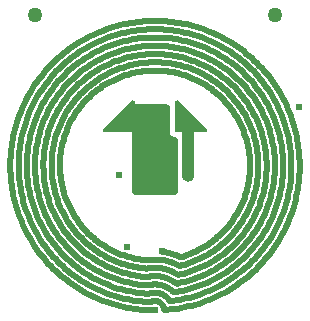
<source format=gbr>
G04 EAGLE Gerber RS-274X export*
G75*
%MOMM*%
%FSLAX34Y34*%
%LPD*%
%INCopper Layer 2*%
%IPPOS*%
%AMOC8*
5,1,8,0,0,1.08239X$1,22.5*%
G01*
%ADD10C,0.604800*%
%ADD11C,0.500000*%
%ADD12C,1.275000*%

G36*
X144250Y103495D02*
X144250Y103495D01*
X144251Y103495D01*
X144974Y103577D01*
X144975Y103577D01*
X145662Y103817D01*
X145662Y103818D01*
X145663Y103818D01*
X146279Y104205D01*
X146279Y104206D01*
X146280Y104206D01*
X146794Y104720D01*
X146795Y104721D01*
X147182Y105337D01*
X147182Y105338D01*
X147183Y105338D01*
X147423Y106025D01*
X147423Y106026D01*
X147424Y106028D01*
X147424Y106033D01*
X147427Y106053D01*
X147427Y106058D01*
X147428Y106063D01*
X147428Y106068D01*
X147429Y106073D01*
X147429Y106078D01*
X147430Y106083D01*
X147430Y106088D01*
X147433Y106108D01*
X147433Y106113D01*
X147434Y106118D01*
X147434Y106123D01*
X147435Y106128D01*
X147435Y106133D01*
X147436Y106133D01*
X147435Y106133D01*
X147436Y106138D01*
X147437Y106143D01*
X147439Y106168D01*
X147440Y106173D01*
X147441Y106177D01*
X147441Y106178D01*
X147441Y106182D01*
X147441Y106183D01*
X147442Y106187D01*
X147442Y106192D01*
X147443Y106197D01*
X147443Y106202D01*
X147446Y106222D01*
X147446Y106227D01*
X147447Y106232D01*
X147447Y106237D01*
X147448Y106242D01*
X147448Y106247D01*
X147449Y106252D01*
X147449Y106257D01*
X147450Y106257D01*
X147449Y106257D01*
X147452Y106277D01*
X147452Y106282D01*
X147453Y106287D01*
X147453Y106292D01*
X147454Y106297D01*
X147455Y106302D01*
X147455Y106307D01*
X147456Y106312D01*
X147458Y106336D01*
X147458Y106337D01*
X147459Y106341D01*
X147459Y106342D01*
X147460Y106346D01*
X147460Y106351D01*
X147461Y106356D01*
X147461Y106361D01*
X147462Y106366D01*
X147462Y106371D01*
X147465Y106391D01*
X147465Y106396D01*
X147466Y106401D01*
X147466Y106406D01*
X147467Y106411D01*
X147467Y106416D01*
X147468Y106421D01*
X147469Y106426D01*
X147471Y106446D01*
X147471Y106451D01*
X147472Y106456D01*
X147472Y106461D01*
X147473Y106466D01*
X147474Y106471D01*
X147474Y106476D01*
X147475Y106481D01*
X147477Y106500D01*
X147477Y106501D01*
X147477Y106505D01*
X147478Y106510D01*
X147479Y106515D01*
X147479Y106520D01*
X147480Y106525D01*
X147480Y106530D01*
X147481Y106535D01*
X147481Y106540D01*
X147484Y106560D01*
X147484Y106565D01*
X147485Y106570D01*
X147485Y106575D01*
X147486Y106580D01*
X147486Y106585D01*
X147487Y106590D01*
X147488Y106595D01*
X147490Y106615D01*
X147490Y106620D01*
X147491Y106625D01*
X147491Y106630D01*
X147492Y106635D01*
X147493Y106640D01*
X147493Y106645D01*
X147494Y106650D01*
X147496Y106669D01*
X147496Y106674D01*
X147497Y106674D01*
X147496Y106674D01*
X147497Y106679D01*
X147498Y106684D01*
X147498Y106689D01*
X147499Y106694D01*
X147499Y106699D01*
X147500Y106704D01*
X147500Y106709D01*
X147503Y106729D01*
X147503Y106734D01*
X147504Y106739D01*
X147504Y106744D01*
X147505Y106749D01*
X147505Y106750D01*
X147505Y149250D01*
X147505Y149251D01*
X147423Y149974D01*
X147423Y149975D01*
X147183Y150662D01*
X147182Y150662D01*
X147182Y150663D01*
X146795Y151279D01*
X146794Y151279D01*
X146794Y151280D01*
X146280Y151794D01*
X146279Y151795D01*
X145663Y152182D01*
X145662Y152182D01*
X145662Y152183D01*
X144975Y152423D01*
X144974Y152423D01*
X143528Y152586D01*
X142842Y152826D01*
X142227Y153213D01*
X141713Y153727D01*
X141326Y154342D01*
X141086Y155028D01*
X141005Y155750D01*
X141005Y176750D01*
X141005Y176751D01*
X140923Y177474D01*
X140923Y177475D01*
X140683Y178162D01*
X140682Y178162D01*
X140682Y178163D01*
X140295Y178779D01*
X140294Y178779D01*
X140294Y178780D01*
X139780Y179294D01*
X139779Y179295D01*
X139163Y179682D01*
X139162Y179682D01*
X139162Y179683D01*
X138475Y179923D01*
X138474Y179923D01*
X137751Y180005D01*
X137750Y180005D01*
X111105Y180005D01*
X111105Y181297D01*
X111019Y181878D01*
X111018Y181879D01*
X110767Y182410D01*
X110767Y182411D01*
X110372Y182846D01*
X110371Y182847D01*
X109868Y183149D01*
X109867Y183148D01*
X109867Y183149D01*
X109297Y183292D01*
X109296Y183291D01*
X109296Y183292D01*
X109240Y183289D01*
X109239Y183289D01*
X109139Y183284D01*
X109138Y183284D01*
X109038Y183279D01*
X109037Y183279D01*
X108937Y183274D01*
X108936Y183274D01*
X108835Y183269D01*
X108734Y183264D01*
X108710Y183263D01*
X108709Y183262D01*
X108708Y183263D01*
X108156Y183065D01*
X108155Y183064D01*
X108154Y183064D01*
X107683Y182715D01*
X107683Y182714D01*
X107682Y182714D01*
X84511Y159543D01*
X84511Y159542D01*
X84510Y159542D01*
X84161Y159071D01*
X84161Y159070D01*
X84160Y159070D01*
X83962Y158517D01*
X83963Y158516D01*
X83962Y158516D01*
X83962Y158515D01*
X83961Y158506D01*
X83958Y158426D01*
X83955Y158372D01*
X83955Y158371D01*
X83951Y158292D01*
X83948Y158237D01*
X83944Y158158D01*
X83942Y158103D01*
X83938Y158024D01*
X83935Y157969D01*
X83933Y157929D01*
X83934Y157928D01*
X83933Y157928D01*
X84076Y157358D01*
X84077Y157358D01*
X84076Y157357D01*
X84378Y156854D01*
X84379Y156853D01*
X84814Y156458D01*
X84815Y156458D01*
X85346Y156207D01*
X85347Y156207D01*
X85347Y156206D01*
X85928Y156120D01*
X108495Y156120D01*
X108495Y106750D01*
X108495Y106749D01*
X108577Y106026D01*
X108577Y106025D01*
X108817Y105338D01*
X108818Y105338D01*
X108818Y105337D01*
X109205Y104721D01*
X109206Y104721D01*
X109206Y104720D01*
X109720Y104206D01*
X109721Y104205D01*
X110337Y103818D01*
X110338Y103818D01*
X110338Y103817D01*
X111025Y103577D01*
X111026Y103577D01*
X111749Y103495D01*
X111750Y103495D01*
X144250Y103495D01*
X144250Y103495D01*
G37*
G36*
X157113Y114620D02*
X157113Y114620D01*
X157114Y114621D01*
X158171Y114990D01*
X158171Y114991D01*
X158172Y114991D01*
X159120Y115587D01*
X159121Y115587D01*
X159913Y116379D01*
X159913Y116380D01*
X160509Y117328D01*
X160509Y117329D01*
X160510Y117329D01*
X160879Y118386D01*
X160880Y118387D01*
X160880Y118390D01*
X160880Y118395D01*
X160881Y118395D01*
X160880Y118395D01*
X160883Y118420D01*
X160884Y118425D01*
X160884Y118430D01*
X160885Y118435D01*
X160886Y118440D01*
X160886Y118445D01*
X160887Y118449D01*
X160887Y118450D01*
X160887Y118454D01*
X160887Y118455D01*
X160890Y118479D01*
X160891Y118484D01*
X160891Y118489D01*
X160892Y118494D01*
X160892Y118499D01*
X160893Y118504D01*
X160893Y118509D01*
X160894Y118514D01*
X160894Y118519D01*
X160895Y118519D01*
X160894Y118519D01*
X160897Y118539D01*
X160897Y118544D01*
X160898Y118549D01*
X160898Y118554D01*
X160899Y118559D01*
X160900Y118564D01*
X160900Y118569D01*
X160901Y118574D01*
X160901Y118579D01*
X160903Y118599D01*
X160904Y118604D01*
X160905Y118608D01*
X160905Y118609D01*
X160905Y118613D01*
X160905Y118614D01*
X160906Y118618D01*
X160906Y118623D01*
X160907Y118628D01*
X160907Y118633D01*
X160908Y118638D01*
X160910Y118658D01*
X160911Y118663D01*
X160911Y118668D01*
X160912Y118673D01*
X160912Y118678D01*
X160913Y118683D01*
X160914Y118688D01*
X160914Y118693D01*
X160915Y118698D01*
X160917Y118718D01*
X160917Y118723D01*
X160918Y118728D01*
X160919Y118733D01*
X160919Y118738D01*
X160920Y118743D01*
X160920Y118748D01*
X160921Y118753D01*
X160921Y118758D01*
X160924Y118777D01*
X160924Y118782D01*
X160925Y118787D01*
X160925Y118792D01*
X160926Y118797D01*
X160926Y118802D01*
X160927Y118807D01*
X160928Y118812D01*
X160928Y118817D01*
X160930Y118837D01*
X160931Y118842D01*
X160931Y118847D01*
X160932Y118852D01*
X160933Y118857D01*
X160933Y118862D01*
X160934Y118867D01*
X160934Y118872D01*
X160935Y118877D01*
X160937Y118897D01*
X160938Y118902D01*
X160938Y118907D01*
X160939Y118912D01*
X160939Y118917D01*
X160940Y118922D01*
X160940Y118926D01*
X160940Y118927D01*
X160941Y118931D01*
X160941Y118932D01*
X160942Y118936D01*
X160944Y118956D01*
X160944Y118961D01*
X160945Y118966D01*
X160945Y118971D01*
X160946Y118976D01*
X160947Y118981D01*
X160947Y118986D01*
X160948Y118991D01*
X160948Y118996D01*
X160951Y119021D01*
X160952Y119026D01*
X160952Y119031D01*
X160953Y119036D01*
X160953Y119041D01*
X160954Y119046D01*
X160954Y119051D01*
X160955Y119056D01*
X160958Y119081D01*
X160958Y119085D01*
X160958Y119086D01*
X160959Y119090D01*
X160959Y119091D01*
X160959Y119095D01*
X160960Y119100D01*
X160961Y119105D01*
X160961Y119110D01*
X160962Y119115D01*
X160964Y119140D01*
X160965Y119145D01*
X160966Y119150D01*
X160966Y119155D01*
X160967Y119160D01*
X160967Y119165D01*
X160968Y119170D01*
X160968Y119175D01*
X160971Y119200D01*
X160972Y119205D01*
X160972Y119210D01*
X160973Y119215D01*
X160973Y119220D01*
X160974Y119225D01*
X160975Y119230D01*
X160975Y119235D01*
X160976Y119240D01*
X160978Y119259D01*
X160978Y119264D01*
X160979Y119269D01*
X160980Y119274D01*
X160980Y119279D01*
X160981Y119284D01*
X160981Y119289D01*
X160982Y119294D01*
X160982Y119299D01*
X160985Y119319D01*
X160985Y119324D01*
X160986Y119329D01*
X160986Y119334D01*
X160987Y119339D01*
X160987Y119344D01*
X160988Y119349D01*
X160989Y119354D01*
X160989Y119359D01*
X160991Y119379D01*
X160992Y119384D01*
X160992Y119389D01*
X160993Y119394D01*
X160994Y119399D01*
X160994Y119403D01*
X160994Y119404D01*
X160995Y119408D01*
X160995Y119409D01*
X160995Y119413D01*
X160996Y119418D01*
X160998Y119438D01*
X160999Y119443D01*
X160999Y119448D01*
X161000Y119453D01*
X161000Y119458D01*
X161001Y119463D01*
X161001Y119468D01*
X161002Y119473D01*
X161003Y119478D01*
X161005Y119498D01*
X161005Y119499D01*
X161005Y119500D01*
X161005Y156120D01*
X170072Y156120D01*
X170653Y156206D01*
X170654Y156207D01*
X171185Y156458D01*
X171186Y156458D01*
X171621Y156853D01*
X171621Y156854D01*
X171622Y156854D01*
X171924Y157357D01*
X171923Y157358D01*
X171924Y157358D01*
X172067Y157928D01*
X172066Y157928D01*
X172066Y157929D01*
X172067Y157929D01*
X172038Y158515D01*
X172037Y158516D01*
X172038Y158517D01*
X171840Y159070D01*
X171839Y159070D01*
X171839Y159071D01*
X171490Y159542D01*
X171489Y159542D01*
X171489Y159543D01*
X148318Y182714D01*
X148317Y182714D01*
X148317Y182715D01*
X147846Y183064D01*
X147845Y183064D01*
X147845Y183065D01*
X147292Y183263D01*
X147291Y183262D01*
X147290Y183263D01*
X147266Y183264D01*
X147165Y183269D01*
X147064Y183274D01*
X147063Y183274D01*
X146963Y183279D01*
X146962Y183279D01*
X146862Y183284D01*
X146861Y183284D01*
X146761Y183289D01*
X146760Y183289D01*
X146704Y183292D01*
X146703Y183291D01*
X146703Y183292D01*
X146133Y183149D01*
X146133Y183148D01*
X146132Y183149D01*
X145629Y182847D01*
X145628Y182846D01*
X145233Y182411D01*
X145233Y182410D01*
X144982Y181879D01*
X144982Y181878D01*
X144981Y181878D01*
X144980Y181869D01*
X144967Y181784D01*
X144958Y181725D01*
X144946Y181640D01*
X144933Y181556D01*
X144921Y181471D01*
X144912Y181412D01*
X144900Y181327D01*
X144899Y181327D01*
X144895Y181297D01*
X144895Y158125D01*
X144895Y158124D01*
X144963Y157607D01*
X144964Y157606D01*
X144964Y157605D01*
X145163Y157123D01*
X145164Y157123D01*
X145164Y157122D01*
X145482Y156708D01*
X145483Y156708D01*
X145483Y156707D01*
X145897Y156389D01*
X145898Y156389D01*
X145898Y156388D01*
X146380Y156189D01*
X146381Y156189D01*
X146382Y156188D01*
X146899Y156120D01*
X146900Y156120D01*
X150995Y156120D01*
X150995Y119500D01*
X150995Y119499D01*
X151120Y118387D01*
X151121Y118386D01*
X151490Y117329D01*
X151491Y117329D01*
X151491Y117328D01*
X152087Y116380D01*
X152087Y116379D01*
X152879Y115587D01*
X152880Y115587D01*
X153828Y114991D01*
X153829Y114991D01*
X153829Y114990D01*
X154886Y114621D01*
X154887Y114620D01*
X155999Y114495D01*
X156000Y114496D01*
X156001Y114495D01*
X157113Y114620D01*
G37*
D10*
X128000Y6050D03*
D11*
X128000Y5500D02*
X125017Y5536D01*
X122036Y5645D01*
X119058Y5827D01*
X116086Y6081D01*
X113120Y6407D01*
X110164Y6805D01*
X107218Y7276D01*
X104284Y7818D01*
X101365Y8431D01*
X98461Y9115D01*
X95575Y9869D01*
X92708Y10694D01*
X89862Y11588D01*
X87038Y12551D01*
X84239Y13583D01*
X81466Y14683D01*
X78720Y15849D01*
X76004Y17083D01*
X73319Y18382D01*
X70665Y19746D01*
X68046Y21174D01*
X65463Y22666D01*
X62916Y24220D01*
X60408Y25835D01*
X57941Y27511D01*
X55514Y29247D01*
X53131Y31042D01*
X50792Y32894D01*
X48499Y34802D01*
X46253Y36765D01*
X44056Y38783D01*
X41908Y40854D01*
X39812Y42976D01*
X37768Y45149D01*
X35777Y47370D01*
X33841Y49640D01*
X31961Y51956D01*
X30137Y54317D01*
X28372Y56722D01*
X26666Y59169D01*
X25020Y61657D01*
X23435Y64185D01*
X21912Y66750D01*
X20452Y69352D01*
X19056Y71988D01*
X17724Y74657D01*
X16458Y77358D01*
X15258Y80090D01*
X14124Y82849D01*
X13059Y85636D01*
X12061Y88447D01*
X11132Y91282D01*
X10273Y94139D01*
X9483Y97016D01*
X8764Y99911D01*
X8115Y102823D01*
X7538Y105749D01*
X7032Y108689D01*
X6597Y111641D01*
X6235Y114602D01*
X5945Y117571D01*
X5727Y120546D01*
X5582Y123526D01*
X5509Y126508D01*
X5509Y129492D01*
X5582Y132474D01*
X5727Y135454D01*
X5945Y138429D01*
X6235Y141398D01*
X6597Y144359D01*
X7032Y147311D01*
X7538Y150251D01*
X8115Y153177D01*
X8764Y156089D01*
X9483Y158984D01*
X10273Y161861D01*
X11132Y164718D01*
X12061Y167553D01*
X13059Y170364D01*
X14124Y173151D01*
X15258Y175910D01*
X16458Y178642D01*
X17724Y181343D01*
X19056Y184012D01*
X20452Y186648D01*
X21912Y189250D01*
X23435Y191815D01*
X25020Y194343D01*
X26666Y196831D01*
X28372Y199278D01*
X30137Y201683D01*
X31961Y204044D01*
X33841Y206360D01*
X35777Y208630D01*
X37768Y210851D01*
X39812Y213024D01*
X41908Y215146D01*
X44056Y217217D01*
X46253Y219235D01*
X48499Y221198D01*
X50792Y223106D01*
X53131Y224958D01*
X55514Y226753D01*
X57941Y228489D01*
X60408Y230165D01*
X62916Y231780D01*
X65463Y233334D01*
X68046Y234826D01*
X70665Y236254D01*
X73319Y237618D01*
X76004Y238917D01*
X78720Y240151D01*
X81466Y241317D01*
X84239Y242417D01*
X87038Y243449D01*
X89862Y244412D01*
X92708Y245306D01*
X95575Y246131D01*
X98461Y246885D01*
X101365Y247569D01*
X104284Y248182D01*
X107218Y248724D01*
X110164Y249195D01*
X113120Y249593D01*
X116086Y249919D01*
X119058Y250173D01*
X122036Y250355D01*
X125017Y250464D01*
X128000Y250500D01*
X128000Y13500D02*
X128181Y13498D01*
X128363Y13491D01*
X128544Y13480D01*
X128725Y13465D01*
X128905Y13445D01*
X129085Y13421D01*
X129265Y13393D01*
X129443Y13360D01*
X129621Y13323D01*
X129798Y13282D01*
X129973Y13236D01*
X130148Y13186D01*
X130321Y13132D01*
X130493Y13074D01*
X130664Y13012D01*
X130833Y12945D01*
X131000Y12874D01*
X131165Y12800D01*
X131329Y12721D01*
X131491Y12639D01*
X131650Y12552D01*
X131808Y12462D01*
X131963Y12368D01*
X132116Y12270D01*
X132267Y12169D01*
X132415Y12064D01*
X132560Y11955D01*
X132703Y11843D01*
X132843Y11728D01*
X132980Y11609D01*
X133115Y11487D01*
X133246Y11361D01*
X133374Y11233D01*
X133499Y11101D01*
X133621Y10967D01*
X133740Y10829D01*
X133855Y10689D01*
X133967Y10546D01*
X134075Y10400D01*
X134180Y10252D01*
X134281Y10101D01*
X134378Y9948D01*
X134472Y9792D01*
X134562Y9635D01*
X134648Y9475D01*
X134730Y9313D01*
X134809Y9149D01*
X134883Y8983D01*
X134953Y8816D01*
X135019Y8647D01*
X135081Y8476D01*
X135139Y8304D01*
X135193Y8131D01*
X135242Y7956D01*
X135287Y7780D01*
X135328Y7603D01*
X135365Y7426D01*
X135397Y7247D01*
X135426Y7068D01*
X135449Y6888D01*
X135469Y6707D01*
X135483Y6526D01*
X135494Y6345D01*
X135500Y6163D01*
X135502Y5982D01*
X135499Y5800D01*
X128000Y13501D02*
X127817Y13497D01*
X127635Y13489D01*
X127453Y13476D01*
X127271Y13459D01*
X127090Y13438D01*
X126909Y13412D01*
X126729Y13382D01*
X126550Y13347D01*
X126372Y13308D01*
X126195Y13265D01*
X126018Y13218D01*
X125844Y13166D01*
X125670Y13110D01*
X125498Y13049D01*
X125327Y12985D01*
X125158Y12916D01*
X124990Y12843D01*
X124825Y12766D01*
X124661Y12686D01*
X124500Y12601D01*
X128000Y20500D02*
X128355Y20495D01*
X128709Y20482D01*
X129063Y20460D01*
X129416Y20430D01*
X129768Y20391D01*
X130119Y20343D01*
X130469Y20287D01*
X130817Y20222D01*
X131164Y20149D01*
X131509Y20067D01*
X131852Y19977D01*
X132192Y19878D01*
X132530Y19772D01*
X132865Y19657D01*
X133198Y19533D01*
X133527Y19402D01*
X133853Y19263D01*
X134175Y19116D01*
X134494Y18961D01*
X134808Y18798D01*
X135119Y18627D01*
X135426Y18449D01*
X135728Y18264D01*
X136025Y18071D01*
X136318Y17871D01*
X136605Y17664D01*
X136888Y17450D01*
X137165Y17229D01*
X137437Y17002D01*
X137703Y16768D01*
X137963Y16527D01*
X138217Y16280D01*
X138465Y16027D01*
X138707Y15768D01*
X138943Y15503D01*
X139172Y15233D01*
X139394Y14957D01*
X139609Y14676D01*
X139818Y14389D01*
X140019Y14097D01*
X140214Y13801D01*
X140400Y13500D01*
X128000Y20500D02*
X127666Y20500D01*
X127333Y20492D01*
X126999Y20476D01*
X126666Y20452D01*
X126334Y20421D01*
X126003Y20382D01*
X125672Y20336D01*
X125343Y20282D01*
X125015Y20220D01*
X124688Y20151D01*
X124363Y20074D01*
X124040Y19990D01*
X123719Y19899D01*
X123400Y19800D01*
X128000Y27500D02*
X128524Y27494D01*
X129048Y27474D01*
X129572Y27442D01*
X130095Y27398D01*
X130616Y27340D01*
X131136Y27270D01*
X131654Y27187D01*
X132170Y27092D01*
X132683Y26984D01*
X133193Y26863D01*
X133701Y26730D01*
X134205Y26585D01*
X134705Y26428D01*
X135202Y26258D01*
X135694Y26076D01*
X136181Y25883D01*
X136664Y25677D01*
X137141Y25460D01*
X137613Y25231D01*
X138079Y24991D01*
X138540Y24739D01*
X138994Y24477D01*
X139441Y24203D01*
X139882Y23918D01*
X140316Y23623D01*
X140742Y23318D01*
X141160Y23002D01*
X141571Y22675D01*
X141974Y22339D01*
X142369Y21994D01*
X142754Y21638D01*
X143132Y21274D01*
X143500Y20900D01*
X128000Y27500D02*
X127485Y27495D01*
X126971Y27478D01*
X126457Y27448D01*
X125944Y27407D01*
X125432Y27353D01*
X124922Y27286D01*
X124413Y27208D01*
X123906Y27117D01*
X123402Y27015D01*
X122900Y26900D01*
X128000Y34501D02*
X128686Y34494D01*
X129372Y34470D01*
X130057Y34430D01*
X130740Y34374D01*
X131422Y34301D01*
X132103Y34211D01*
X132781Y34105D01*
X133456Y33983D01*
X134128Y33845D01*
X134796Y33691D01*
X135461Y33520D01*
X136121Y33334D01*
X136777Y33132D01*
X137427Y32914D01*
X138072Y32681D01*
X138712Y32432D01*
X139345Y32168D01*
X139971Y31888D01*
X140591Y31594D01*
X141204Y31285D01*
X141808Y30961D01*
X142405Y30623D01*
X142994Y30270D01*
X143574Y29903D01*
X144145Y29523D01*
X144706Y29129D01*
X145258Y28721D01*
X145800Y28301D01*
X128000Y34500D02*
X127340Y34494D01*
X126680Y34473D01*
X126021Y34437D01*
X125363Y34385D01*
X124706Y34318D01*
X124051Y34236D01*
X123399Y34139D01*
X122748Y34027D01*
X122100Y33900D01*
X128000Y41500D02*
X128850Y41490D01*
X129700Y41460D01*
X130549Y41409D01*
X131396Y41338D01*
X132241Y41247D01*
X133084Y41135D01*
X133924Y41003D01*
X134760Y40852D01*
X135593Y40680D01*
X136421Y40489D01*
X137245Y40277D01*
X138063Y40046D01*
X138875Y39796D01*
X139681Y39526D01*
X140481Y39237D01*
X141273Y38928D01*
X142058Y38601D01*
X142834Y38255D01*
X143602Y37891D01*
X144362Y37509D01*
X145111Y37108D01*
X145851Y36689D01*
X146581Y36253D01*
X147300Y35800D01*
X128000Y41500D02*
X127234Y41495D01*
X126468Y41473D01*
X125703Y41436D01*
X124939Y41381D01*
X124176Y41310D01*
X123415Y41223D01*
X122656Y41120D01*
X121900Y41000D01*
X128000Y48500D02*
X129013Y48489D01*
X130026Y48453D01*
X131037Y48393D01*
X132046Y48310D01*
X133054Y48202D01*
X134058Y48070D01*
X135059Y47914D01*
X136056Y47735D01*
X137049Y47532D01*
X138036Y47305D01*
X139017Y47055D01*
X139993Y46781D01*
X140961Y46485D01*
X141923Y46165D01*
X142876Y45822D01*
X143821Y45457D01*
X144757Y45070D01*
X145683Y44660D01*
X146600Y44228D01*
X147506Y43775D01*
X148400Y43300D01*
X128000Y48500D02*
X127084Y48494D01*
X126167Y48468D01*
X125252Y48422D01*
X124337Y48357D01*
X123425Y48272D01*
X122514Y48168D01*
X121606Y48043D01*
X120700Y47900D01*
X135500Y5750D02*
X138487Y5970D01*
X141467Y6263D01*
X144439Y6628D01*
X147401Y7066D01*
X150352Y7577D01*
X153289Y8159D01*
X156211Y8813D01*
X159116Y9538D01*
X162003Y10334D01*
X164869Y11201D01*
X167714Y12137D01*
X170534Y13142D01*
X173330Y14216D01*
X176098Y15358D01*
X178837Y16568D01*
X181546Y17844D01*
X184223Y19185D01*
X186866Y20592D01*
X189474Y22063D01*
X192046Y23598D01*
X194579Y25194D01*
X197072Y26853D01*
X199525Y28571D01*
X201934Y30349D01*
X204299Y32186D01*
X206619Y34080D01*
X208891Y36030D01*
X211116Y38034D01*
X213290Y40093D01*
X215414Y42204D01*
X217485Y44367D01*
X219503Y46579D01*
X221466Y48840D01*
X223373Y51148D01*
X225224Y53503D01*
X227016Y55902D01*
X228749Y58344D01*
X230422Y60827D01*
X232034Y63351D01*
X233583Y65913D01*
X235070Y68513D01*
X236492Y71148D01*
X237849Y73817D01*
X239141Y76518D01*
X240367Y79250D01*
X241525Y82012D01*
X242616Y84801D01*
X243638Y87615D01*
X244591Y90454D01*
X245474Y93315D01*
X246287Y96197D01*
X247029Y99098D01*
X247700Y102016D01*
X248300Y104950D01*
X248828Y107898D01*
X249283Y110857D01*
X249666Y113827D01*
X249976Y116805D01*
X250214Y119790D01*
X250378Y122780D01*
X250470Y125773D01*
X250488Y128768D01*
X250433Y131762D01*
X250304Y134753D01*
X250103Y137741D01*
X249828Y140723D01*
X249481Y143697D01*
X249062Y146662D01*
X248569Y149616D01*
X248005Y152557D01*
X247369Y155483D01*
X246662Y158392D01*
X245884Y161284D01*
X245035Y164156D01*
X244117Y167006D01*
X243129Y169833D01*
X242072Y172634D01*
X240947Y175409D01*
X239755Y178156D01*
X238496Y180873D01*
X237170Y183558D01*
X235780Y186210D01*
X234325Y188828D01*
X232807Y191408D01*
X231226Y193951D01*
X229583Y196455D01*
X227879Y198918D01*
X226116Y201338D01*
X224294Y203715D01*
X222415Y206046D01*
X220479Y208330D01*
X218488Y210567D01*
X216443Y212754D01*
X214345Y214891D01*
X212196Y216976D01*
X209996Y219007D01*
X207747Y220984D01*
X205450Y222906D01*
X203108Y224771D01*
X200720Y226578D01*
X198289Y228326D01*
X195815Y230014D01*
X193302Y231641D01*
X190749Y233207D01*
X188159Y234709D01*
X185533Y236148D01*
X182872Y237522D01*
X180179Y238831D01*
X177454Y240073D01*
X174700Y241248D01*
X171918Y242356D01*
X169110Y243395D01*
X166277Y244366D01*
X163421Y245267D01*
X160544Y246098D01*
X157648Y246858D01*
X154734Y247547D01*
X151804Y248165D01*
X148860Y248711D01*
X145903Y249185D01*
X142936Y249586D01*
X139959Y249915D01*
X136976Y250171D01*
X133987Y250354D01*
X130995Y250463D01*
X128000Y250500D01*
X128000Y243500D02*
X125172Y243465D01*
X122345Y243362D01*
X119522Y243188D01*
X116704Y242946D01*
X113893Y242635D01*
X111090Y242255D01*
X108298Y241807D01*
X105517Y241291D01*
X102749Y240706D01*
X99997Y240054D01*
X97262Y239335D01*
X94545Y238549D01*
X91848Y237696D01*
X89173Y236778D01*
X86521Y235795D01*
X83894Y234747D01*
X81293Y233635D01*
X78720Y232460D01*
X76177Y231222D01*
X73665Y229922D01*
X71186Y228561D01*
X68740Y227140D01*
X66331Y225659D01*
X63958Y224120D01*
X61623Y222523D01*
X59329Y220869D01*
X57075Y219160D01*
X54864Y217396D01*
X52697Y215578D01*
X50575Y213708D01*
X48500Y211787D01*
X46472Y209815D01*
X44493Y207794D01*
X42564Y205725D01*
X40686Y203610D01*
X38861Y201450D01*
X37089Y199245D01*
X35372Y196998D01*
X33710Y194709D01*
X32105Y192380D01*
X30557Y190013D01*
X29068Y187608D01*
X27638Y185168D01*
X26268Y182693D01*
X24959Y180186D01*
X23712Y177647D01*
X22528Y175079D01*
X21407Y172482D01*
X20349Y169859D01*
X19357Y167210D01*
X18429Y164538D01*
X17567Y161845D01*
X16771Y159130D01*
X16042Y156398D01*
X15380Y153648D01*
X14786Y150882D01*
X14260Y148103D01*
X13801Y145312D01*
X13412Y142511D01*
X13091Y139701D01*
X12838Y136884D01*
X12655Y134061D01*
X12541Y131235D01*
X12497Y128407D01*
X12521Y125579D01*
X12615Y122752D01*
X12778Y119928D01*
X13010Y117109D01*
X13311Y114297D01*
X13681Y111493D01*
X14119Y108699D01*
X14626Y105916D01*
X15201Y103147D01*
X15843Y100392D01*
X16552Y97654D01*
X17329Y94934D01*
X18172Y92234D01*
X19080Y89556D01*
X20054Y86900D01*
X21093Y84270D01*
X22195Y81665D01*
X23362Y79088D01*
X24590Y76541D01*
X25881Y74024D01*
X27234Y71540D01*
X28646Y69090D01*
X30118Y66674D01*
X31649Y64296D01*
X33238Y61956D01*
X34883Y59655D01*
X36584Y57396D01*
X38341Y55179D01*
X40150Y53005D01*
X42013Y50877D01*
X43927Y48794D01*
X45892Y46759D01*
X47905Y44773D01*
X49967Y42837D01*
X52076Y40952D01*
X54230Y39119D01*
X56428Y37339D01*
X58669Y35614D01*
X60952Y33944D01*
X63275Y32331D01*
X65637Y30774D01*
X68036Y29277D01*
X70471Y27838D01*
X72941Y26459D01*
X75444Y25142D01*
X77978Y23886D01*
X80542Y22692D01*
X83135Y21562D01*
X85754Y20495D01*
X88399Y19493D01*
X91068Y18556D01*
X93759Y17684D01*
X96470Y16879D01*
X99200Y16140D01*
X101948Y15468D01*
X104711Y14864D01*
X107488Y14328D01*
X110277Y13860D01*
X113077Y13460D01*
X115886Y13129D01*
X118703Y12867D01*
X121524Y12674D01*
X124350Y12550D01*
X140650Y13201D02*
X143453Y13544D01*
X146247Y13956D01*
X149029Y14437D01*
X151800Y14985D01*
X154556Y15600D01*
X157296Y16283D01*
X160018Y17033D01*
X162722Y17849D01*
X165404Y18730D01*
X168065Y19678D01*
X170701Y20689D01*
X173312Y21766D01*
X175895Y22905D01*
X178451Y24107D01*
X180976Y25372D01*
X183469Y26698D01*
X185929Y28084D01*
X188354Y29530D01*
X190744Y31035D01*
X193096Y32598D01*
X195409Y34218D01*
X197681Y35894D01*
X199912Y37625D01*
X202101Y39410D01*
X204244Y41248D01*
X206342Y43138D01*
X208394Y45079D01*
X210397Y47069D01*
X212351Y49108D01*
X214255Y51194D01*
X216107Y53325D01*
X217906Y55502D01*
X219652Y57721D01*
X221343Y59983D01*
X222978Y62285D01*
X224556Y64627D01*
X226077Y67007D01*
X227538Y69423D01*
X228941Y71874D01*
X230283Y74358D01*
X231564Y76875D01*
X232783Y79422D01*
X233939Y81998D01*
X235032Y84602D01*
X236061Y87232D01*
X237026Y89886D01*
X237925Y92563D01*
X238759Y95261D01*
X239526Y97978D01*
X240227Y100714D01*
X240860Y103466D01*
X241427Y106232D01*
X241925Y109012D01*
X242355Y111803D01*
X242717Y114603D01*
X243010Y117412D01*
X243235Y120227D01*
X243391Y123046D01*
X243477Y125869D01*
X243495Y128693D01*
X243444Y131516D01*
X243323Y134338D01*
X243134Y137155D01*
X242876Y139967D01*
X242549Y142772D01*
X242154Y145568D01*
X241690Y148354D01*
X241158Y151127D01*
X240559Y153887D01*
X239893Y156631D01*
X239160Y159358D01*
X238360Y162066D01*
X237494Y164754D01*
X236563Y167420D01*
X235567Y170062D01*
X234506Y172679D01*
X233382Y175270D01*
X232195Y177832D01*
X230946Y180364D01*
X229635Y182866D01*
X228263Y185334D01*
X226832Y187768D01*
X225341Y190166D01*
X223792Y192528D01*
X222186Y194850D01*
X220524Y197133D01*
X218806Y199374D01*
X217034Y201573D01*
X215209Y203728D01*
X213331Y205837D01*
X211403Y207900D01*
X209425Y209915D01*
X207398Y211881D01*
X205323Y213797D01*
X203203Y215662D01*
X201037Y217474D01*
X198828Y219233D01*
X196576Y220938D01*
X194284Y222586D01*
X191952Y224179D01*
X189581Y225713D01*
X187174Y227190D01*
X184731Y228607D01*
X182255Y229964D01*
X179746Y231260D01*
X177206Y232494D01*
X174637Y233666D01*
X172040Y234774D01*
X169416Y235819D01*
X166768Y236799D01*
X164096Y237714D01*
X161403Y238564D01*
X158690Y239348D01*
X155959Y240065D01*
X153211Y240715D01*
X150448Y241298D01*
X147671Y241812D01*
X144883Y242259D01*
X142085Y242638D01*
X139278Y242948D01*
X136464Y243189D01*
X133646Y243362D01*
X130824Y243465D01*
X128000Y243500D01*
X128000Y236500D02*
X125356Y236468D01*
X122713Y236371D01*
X120074Y236210D01*
X117439Y235985D01*
X114811Y235695D01*
X112190Y235342D01*
X109579Y234925D01*
X106979Y234444D01*
X104391Y233900D01*
X101817Y233294D01*
X99259Y232624D01*
X96718Y231893D01*
X94195Y231100D01*
X91693Y230245D01*
X89212Y229330D01*
X86754Y228355D01*
X84320Y227320D01*
X81913Y226226D01*
X79533Y225074D01*
X77181Y223864D01*
X74860Y222597D01*
X72571Y221274D01*
X70314Y219896D01*
X68092Y218463D01*
X65905Y216976D01*
X63755Y215437D01*
X61643Y213845D01*
X59571Y212203D01*
X57539Y210510D01*
X55549Y208769D01*
X53602Y206979D01*
X51699Y205143D01*
X49842Y203261D01*
X48031Y201334D01*
X46268Y199363D01*
X44553Y197351D01*
X42887Y195296D01*
X41272Y193202D01*
X39709Y191070D01*
X38198Y188900D01*
X36741Y186693D01*
X35337Y184452D01*
X33989Y182177D01*
X32697Y179870D01*
X31461Y177532D01*
X30282Y175165D01*
X29162Y172770D01*
X28100Y170348D01*
X27097Y167901D01*
X26155Y165431D01*
X25273Y162938D01*
X24451Y160424D01*
X23692Y157891D01*
X22994Y155341D01*
X22359Y152774D01*
X21786Y150192D01*
X21277Y147597D01*
X20831Y144991D01*
X20449Y142374D01*
X20130Y139749D01*
X19875Y137117D01*
X19685Y134480D01*
X19559Y131838D01*
X19498Y129195D01*
X19501Y126550D01*
X19568Y123907D01*
X19700Y121266D01*
X19896Y118629D01*
X20156Y115997D01*
X20480Y113373D01*
X20868Y110757D01*
X21320Y108152D01*
X21835Y105558D01*
X22413Y102978D01*
X23054Y100412D01*
X23757Y97863D01*
X24523Y95332D01*
X25349Y92820D01*
X26237Y90329D01*
X27185Y87860D01*
X28192Y85416D01*
X29260Y82996D01*
X30385Y80603D01*
X31569Y78239D01*
X32810Y75904D01*
X34108Y73600D01*
X35461Y71328D01*
X36869Y69090D01*
X38331Y66887D01*
X39847Y64720D01*
X41415Y62590D01*
X43034Y60500D01*
X44704Y58449D01*
X46424Y56440D01*
X48191Y54474D01*
X50007Y52551D01*
X51868Y50673D01*
X53775Y48840D01*
X55726Y47055D01*
X57719Y45318D01*
X59755Y43630D01*
X61831Y41992D01*
X63946Y40405D01*
X66099Y38870D01*
X68289Y37388D01*
X70515Y35960D01*
X72775Y34587D01*
X75067Y33269D01*
X77391Y32007D01*
X79745Y30802D01*
X82127Y29655D01*
X84537Y28567D01*
X86973Y27537D01*
X89433Y26567D01*
X91916Y25657D01*
X94420Y24809D01*
X96945Y24021D01*
X99487Y23295D01*
X102047Y22631D01*
X104622Y22030D01*
X107211Y21492D01*
X109813Y21017D01*
X112425Y20606D01*
X115046Y20258D01*
X117675Y19974D01*
X120310Y19755D01*
X122950Y19600D01*
X143750Y20649D02*
X146360Y21065D01*
X148959Y21544D01*
X151545Y22086D01*
X154118Y22690D01*
X156675Y23358D01*
X159215Y24087D01*
X161736Y24878D01*
X164238Y25730D01*
X166718Y26643D01*
X169175Y27616D01*
X171607Y28649D01*
X174014Y29740D01*
X176394Y30890D01*
X178744Y32098D01*
X181065Y33362D01*
X183354Y34682D01*
X185610Y36058D01*
X187833Y37489D01*
X190019Y38973D01*
X192169Y40509D01*
X194281Y42098D01*
X196353Y43738D01*
X198385Y45428D01*
X200375Y47166D01*
X202322Y48953D01*
X204226Y50787D01*
X206083Y52666D01*
X207895Y54590D01*
X209659Y56558D01*
X211375Y58567D01*
X213041Y60619D01*
X214657Y62710D01*
X216221Y64840D01*
X217734Y67007D01*
X219192Y69211D01*
X220597Y71449D01*
X221947Y73721D01*
X223241Y76025D01*
X224479Y78360D01*
X225659Y80724D01*
X226781Y83117D01*
X227845Y85536D01*
X228850Y87980D01*
X229794Y90448D01*
X230679Y92939D01*
X231502Y95450D01*
X232264Y97980D01*
X232965Y100528D01*
X233602Y103093D01*
X234178Y105672D01*
X234690Y108265D01*
X235139Y110869D01*
X235524Y113483D01*
X235846Y116106D01*
X236104Y118736D01*
X236297Y121372D01*
X236427Y124012D01*
X236492Y126653D01*
X236492Y129296D01*
X236429Y131938D01*
X236300Y134578D01*
X236108Y137213D01*
X235852Y139843D01*
X235531Y142467D01*
X235147Y145081D01*
X234699Y147686D01*
X234188Y150278D01*
X233614Y152858D01*
X232977Y155423D01*
X232278Y157971D01*
X231517Y160502D01*
X230695Y163014D01*
X229812Y165504D01*
X228868Y167973D01*
X227865Y170418D01*
X226802Y172837D01*
X225681Y175230D01*
X224502Y177595D01*
X223265Y179931D01*
X221972Y182235D01*
X220623Y184508D01*
X219220Y186747D01*
X217762Y188951D01*
X216251Y191119D01*
X214687Y193250D01*
X213073Y195342D01*
X211407Y197394D01*
X209692Y199404D01*
X207929Y201373D01*
X206119Y203298D01*
X204261Y205178D01*
X202359Y207012D01*
X200413Y208800D01*
X198424Y210540D01*
X196392Y212230D01*
X194321Y213871D01*
X192210Y215461D01*
X190061Y216999D01*
X187875Y218484D01*
X185653Y219915D01*
X183398Y221292D01*
X181109Y222613D01*
X178789Y223879D01*
X176439Y225087D01*
X174060Y226238D01*
X171654Y227331D01*
X169222Y228364D01*
X166765Y229339D01*
X164285Y230253D01*
X161784Y231106D01*
X159263Y231898D01*
X156724Y232629D01*
X154167Y233297D01*
X151595Y233903D01*
X149008Y234447D01*
X146410Y234927D01*
X143800Y235343D01*
X141181Y235696D01*
X138554Y235985D01*
X135921Y236210D01*
X133283Y236371D01*
X130643Y236468D01*
X128000Y236500D01*
X128000Y229500D02*
X125516Y229470D01*
X123032Y229378D01*
X120552Y229226D01*
X118077Y229014D01*
X115607Y228741D01*
X113145Y228407D01*
X110691Y228013D01*
X108248Y227560D01*
X105817Y227046D01*
X103399Y226474D01*
X100996Y225842D01*
X98609Y225152D01*
X96239Y224403D01*
X93889Y223597D01*
X91559Y222733D01*
X89251Y221813D01*
X86966Y220836D01*
X84706Y219804D01*
X82472Y218717D01*
X80264Y217575D01*
X78086Y216380D01*
X75938Y215132D01*
X73820Y213831D01*
X71735Y212480D01*
X69684Y211077D01*
X67668Y209625D01*
X65688Y208124D01*
X63745Y206574D01*
X61841Y204978D01*
X59976Y203336D01*
X58153Y201648D01*
X56371Y199916D01*
X54632Y198141D01*
X52936Y196325D01*
X51286Y194467D01*
X49682Y192569D01*
X48125Y190633D01*
X46616Y188659D01*
X45155Y186649D01*
X43744Y184603D01*
X42384Y182524D01*
X41075Y180412D01*
X39818Y178269D01*
X38613Y176095D01*
X37463Y173893D01*
X36366Y171663D01*
X35325Y169407D01*
X34339Y167126D01*
X33409Y164822D01*
X32536Y162495D01*
X31720Y160148D01*
X30962Y157782D01*
X30262Y155398D01*
X29620Y152997D01*
X29038Y150582D01*
X28514Y148153D01*
X28051Y145712D01*
X27647Y143260D01*
X27303Y140799D01*
X27020Y138330D01*
X26797Y135855D01*
X26635Y133376D01*
X26533Y130893D01*
X26493Y128409D01*
X26513Y125924D01*
X26594Y123440D01*
X26736Y120960D01*
X26938Y118483D01*
X27201Y116012D01*
X27525Y113549D01*
X27908Y111094D01*
X28352Y108649D01*
X28855Y106215D01*
X29418Y103795D01*
X30040Y101389D01*
X30720Y99000D01*
X31459Y96627D01*
X32256Y94274D01*
X33110Y91940D01*
X34021Y89628D01*
X34988Y87339D01*
X36011Y85075D01*
X37089Y82836D01*
X38221Y80624D01*
X39408Y78441D01*
X40647Y76287D01*
X41939Y74165D01*
X43282Y72074D01*
X44676Y70018D01*
X46120Y67995D01*
X47613Y66009D01*
X49155Y64060D01*
X50743Y62149D01*
X52378Y60278D01*
X54058Y58447D01*
X55782Y56658D01*
X57550Y54912D01*
X59360Y53209D01*
X61211Y51552D01*
X63102Y49940D01*
X65032Y48375D01*
X67000Y46857D01*
X69004Y45388D01*
X71044Y43969D01*
X73117Y42600D01*
X75224Y41282D01*
X77362Y40017D01*
X79531Y38803D01*
X81728Y37644D01*
X83954Y36538D01*
X86205Y35488D01*
X88482Y34492D01*
X90782Y33553D01*
X93105Y32670D01*
X95449Y31845D01*
X97812Y31077D01*
X100193Y30367D01*
X102591Y29716D01*
X105004Y29123D01*
X107431Y28590D01*
X109870Y28116D01*
X112321Y27702D01*
X114780Y27349D01*
X117248Y27055D01*
X119721Y26822D01*
X122200Y26650D01*
X146200Y28149D02*
X148638Y28624D01*
X151064Y29159D01*
X153476Y29753D01*
X155873Y30406D01*
X158252Y31117D01*
X160614Y31887D01*
X162957Y32714D01*
X165278Y33598D01*
X167577Y34538D01*
X169852Y35535D01*
X172103Y36586D01*
X174326Y37693D01*
X176522Y38854D01*
X178689Y40068D01*
X180826Y41335D01*
X182931Y42653D01*
X185003Y44023D01*
X187041Y45443D01*
X189044Y46913D01*
X191010Y48431D01*
X192938Y49996D01*
X194828Y51609D01*
X196677Y53267D01*
X198485Y54970D01*
X200251Y56717D01*
X201974Y58506D01*
X203653Y60337D01*
X205286Y62209D01*
X206873Y64120D01*
X208412Y66069D01*
X209904Y68055D01*
X211346Y70078D01*
X212739Y72135D01*
X214081Y74225D01*
X215371Y76348D01*
X216609Y78501D01*
X217794Y80684D01*
X218925Y82896D01*
X220001Y85134D01*
X221023Y87399D01*
X221988Y89687D01*
X222898Y91999D01*
X223750Y94332D01*
X224546Y96685D01*
X225283Y99057D01*
X225962Y101446D01*
X226583Y103851D01*
X227144Y106271D01*
X227646Y108704D01*
X228089Y111148D01*
X228471Y113602D01*
X228794Y116065D01*
X229056Y118535D01*
X229257Y121011D01*
X229398Y123491D01*
X229478Y125974D01*
X229497Y128457D01*
X229455Y130941D01*
X229353Y133423D01*
X229190Y135902D01*
X228967Y138375D01*
X228682Y140843D01*
X228338Y143303D01*
X227934Y145754D01*
X227469Y148194D01*
X226945Y150622D01*
X226362Y153037D01*
X225720Y155436D01*
X225019Y157819D01*
X224261Y160184D01*
X223444Y162530D01*
X222571Y164856D01*
X221641Y167159D01*
X220654Y169439D01*
X219613Y171694D01*
X218516Y173922D01*
X217365Y176124D01*
X216161Y178296D01*
X214904Y180438D01*
X213595Y182549D01*
X212234Y184628D01*
X210823Y186672D01*
X209363Y188681D01*
X207853Y190654D01*
X206296Y192589D01*
X204692Y194486D01*
X203042Y196343D01*
X201348Y198159D01*
X199609Y199933D01*
X197827Y201664D01*
X196004Y203350D01*
X194139Y204992D01*
X192236Y206587D01*
X190293Y208136D01*
X188314Y209636D01*
X186298Y211087D01*
X184247Y212489D01*
X182163Y213840D01*
X180046Y215140D01*
X177898Y216388D01*
X175720Y217582D01*
X173514Y218723D01*
X171280Y219810D01*
X169021Y220841D01*
X166737Y221817D01*
X164429Y222737D01*
X162100Y223600D01*
X159750Y224406D01*
X157382Y225154D01*
X154996Y225844D01*
X152593Y226475D01*
X150176Y227048D01*
X147746Y227561D01*
X145303Y228014D01*
X142851Y228408D01*
X140389Y228741D01*
X137920Y229014D01*
X135446Y229227D01*
X132966Y229378D01*
X130484Y229470D01*
X128000Y229500D01*
X128000Y222500D02*
X125696Y222472D01*
X123393Y222388D01*
X121093Y222247D01*
X118797Y222051D01*
X116507Y221798D01*
X114223Y221490D01*
X111948Y221127D01*
X109682Y220707D01*
X107428Y220233D01*
X105185Y219704D01*
X102956Y219121D01*
X100742Y218483D01*
X98544Y217791D01*
X96363Y217046D01*
X94202Y216248D01*
X92060Y215398D01*
X89940Y214496D01*
X87843Y213542D01*
X85769Y212537D01*
X83720Y211482D01*
X81698Y210378D01*
X79704Y209224D01*
X77738Y208022D01*
X75802Y206773D01*
X73897Y205477D01*
X72024Y204134D01*
X70184Y202747D01*
X68379Y201315D01*
X66609Y199839D01*
X64876Y198321D01*
X63181Y196761D01*
X61524Y195160D01*
X59906Y193519D01*
X58329Y191839D01*
X56793Y190121D01*
X55300Y188366D01*
X53850Y186575D01*
X52444Y184750D01*
X51083Y182891D01*
X49768Y180999D01*
X48499Y179075D01*
X47277Y177122D01*
X46104Y175139D01*
X44979Y173128D01*
X43904Y171090D01*
X42878Y169026D01*
X41904Y166939D01*
X40980Y164828D01*
X40108Y162695D01*
X39289Y160541D01*
X38522Y158368D01*
X37808Y156177D01*
X37148Y153970D01*
X36542Y151747D01*
X35991Y149510D01*
X35494Y147260D01*
X35052Y144998D01*
X34666Y142727D01*
X34335Y140446D01*
X34059Y138159D01*
X33840Y135865D01*
X33676Y133567D01*
X33569Y131265D01*
X33518Y128961D01*
X33523Y126657D01*
X33584Y124354D01*
X33701Y122053D01*
X33875Y119755D01*
X34104Y117462D01*
X34389Y115176D01*
X34730Y112897D01*
X35126Y110627D01*
X35578Y108368D01*
X36084Y106120D01*
X36646Y103885D01*
X37261Y101665D01*
X37931Y99460D01*
X38654Y97272D01*
X39430Y95102D01*
X40259Y92952D01*
X41140Y90823D01*
X42072Y88716D01*
X43056Y86633D01*
X44090Y84574D01*
X45175Y82541D01*
X46308Y80535D01*
X47490Y78557D01*
X48720Y76608D01*
X49997Y74690D01*
X51320Y72804D01*
X52689Y70951D01*
X54103Y69131D01*
X55561Y67347D01*
X57062Y65598D01*
X58605Y63887D01*
X60189Y62214D01*
X61814Y60580D01*
X63478Y58986D01*
X65180Y57434D01*
X66920Y55923D01*
X68696Y54455D01*
X70507Y53031D01*
X72353Y51651D01*
X74231Y50317D01*
X76142Y49029D01*
X78083Y47788D01*
X80054Y46594D01*
X82054Y45449D01*
X84081Y44354D01*
X86134Y43307D01*
X88212Y42312D01*
X90313Y41367D01*
X92437Y40474D01*
X94583Y39633D01*
X96748Y38844D01*
X98931Y38109D01*
X101132Y37426D01*
X103349Y36798D01*
X105581Y36224D01*
X107826Y35705D01*
X110082Y35240D01*
X112350Y34831D01*
X114627Y34477D01*
X116912Y34179D01*
X119203Y33936D01*
X121500Y33750D01*
X147650Y35549D02*
X149903Y36057D01*
X152143Y36619D01*
X154368Y37237D01*
X156577Y37908D01*
X158770Y38633D01*
X160944Y39411D01*
X163098Y40243D01*
X165232Y41126D01*
X167343Y42062D01*
X169431Y43049D01*
X171494Y44086D01*
X173531Y45174D01*
X175540Y46311D01*
X177522Y47497D01*
X179474Y48731D01*
X181395Y50012D01*
X183284Y51340D01*
X185141Y52714D01*
X186963Y54132D01*
X188750Y55595D01*
X190500Y57101D01*
X192214Y58649D01*
X193889Y60238D01*
X195524Y61868D01*
X197120Y63538D01*
X198674Y65246D01*
X200186Y66991D01*
X201655Y68773D01*
X203080Y70590D01*
X204460Y72442D01*
X205794Y74326D01*
X207082Y76243D01*
X208323Y78191D01*
X209516Y80168D01*
X210660Y82174D01*
X211754Y84207D01*
X212799Y86266D01*
X213793Y88351D01*
X214736Y90459D01*
X215627Y92589D01*
X216466Y94740D01*
X217252Y96912D01*
X217985Y99102D01*
X218664Y101309D01*
X219289Y103532D01*
X219859Y105769D01*
X220375Y108020D01*
X220835Y110283D01*
X221240Y112557D01*
X221589Y114839D01*
X221883Y117130D01*
X222120Y119427D01*
X222301Y121729D01*
X222426Y124035D01*
X222495Y126343D01*
X222507Y128652D01*
X222462Y130961D01*
X222362Y133268D01*
X222205Y135572D01*
X221991Y137871D01*
X221722Y140165D01*
X221396Y142451D01*
X221015Y144728D01*
X220579Y146996D01*
X220087Y149252D01*
X219540Y151496D01*
X218938Y153725D01*
X218282Y155939D01*
X217573Y158137D01*
X216809Y160316D01*
X215993Y162476D01*
X215124Y164616D01*
X214203Y166733D01*
X213231Y168828D01*
X212208Y170898D01*
X211135Y172943D01*
X210012Y174960D01*
X208840Y176950D01*
X207619Y178911D01*
X206351Y180841D01*
X205037Y182739D01*
X203676Y184605D01*
X202270Y186437D01*
X200820Y188234D01*
X199327Y189995D01*
X197791Y191719D01*
X196213Y193405D01*
X194594Y195053D01*
X192936Y196660D01*
X191239Y198226D01*
X189504Y199750D01*
X187732Y201231D01*
X185925Y202668D01*
X184083Y204061D01*
X182208Y205409D01*
X180300Y206710D01*
X178362Y207964D01*
X176393Y209171D01*
X174395Y210329D01*
X172369Y211438D01*
X170317Y212497D01*
X168240Y213506D01*
X166139Y214463D01*
X164015Y215369D01*
X161869Y216223D01*
X159703Y217024D01*
X157518Y217772D01*
X155316Y218467D01*
X153097Y219107D01*
X150864Y219693D01*
X148617Y220224D01*
X146357Y220700D01*
X144086Y221121D01*
X141806Y221486D01*
X139518Y221796D01*
X137223Y222049D01*
X134922Y222246D01*
X132617Y222387D01*
X130309Y222472D01*
X128000Y222500D01*
X128000Y215500D02*
X125857Y215474D01*
X123715Y215395D01*
X121576Y215264D01*
X119441Y215080D01*
X117311Y214845D01*
X115187Y214557D01*
X113071Y214217D01*
X110964Y213825D01*
X108867Y213382D01*
X106782Y212888D01*
X104709Y212343D01*
X102651Y211747D01*
X100607Y211101D01*
X98580Y210405D01*
X96571Y209660D01*
X94580Y208865D01*
X92610Y208023D01*
X90661Y207132D01*
X88734Y206193D01*
X86831Y205208D01*
X84952Y204177D01*
X83100Y203099D01*
X81274Y201977D01*
X79476Y200810D01*
X77708Y199600D01*
X75969Y198347D01*
X74262Y197051D01*
X72587Y195714D01*
X70946Y194337D01*
X69338Y192919D01*
X67766Y191463D01*
X66230Y189968D01*
X64731Y188437D01*
X63270Y186869D01*
X61848Y185266D01*
X60465Y183628D01*
X59123Y181957D01*
X57822Y180254D01*
X56564Y178520D01*
X55348Y176755D01*
X54176Y174960D01*
X53048Y173138D01*
X51965Y171289D01*
X50928Y169413D01*
X49937Y167513D01*
X48993Y165589D01*
X48096Y163643D01*
X47248Y161675D01*
X46447Y159687D01*
X45696Y157680D01*
X44994Y155655D01*
X44342Y153613D01*
X43740Y151557D01*
X43188Y149486D01*
X42688Y147402D01*
X42238Y145306D01*
X41841Y143201D01*
X41494Y141086D01*
X41200Y138963D01*
X40958Y136834D01*
X40768Y134699D01*
X40630Y132560D01*
X40545Y130419D01*
X40512Y128276D01*
X40532Y126133D01*
X40604Y123991D01*
X40729Y121852D01*
X40906Y119716D01*
X41136Y117585D01*
X41417Y115461D01*
X41750Y113344D01*
X42136Y111235D01*
X42572Y109137D01*
X43060Y107050D01*
X43599Y104976D01*
X44189Y102916D01*
X44829Y100870D01*
X45518Y98841D01*
X46258Y96830D01*
X47046Y94837D01*
X47883Y92864D01*
X48768Y90912D01*
X49700Y88983D01*
X50680Y87076D01*
X51706Y85195D01*
X52777Y83339D01*
X53894Y81510D01*
X55055Y79709D01*
X56260Y77936D01*
X57508Y76194D01*
X58799Y74483D01*
X60131Y72804D01*
X61503Y71158D01*
X62916Y69547D01*
X64367Y67970D01*
X65857Y66429D01*
X67384Y64926D01*
X68948Y63460D01*
X70546Y62033D01*
X72180Y60645D01*
X73847Y59298D01*
X75546Y57993D01*
X77277Y56729D01*
X79038Y55508D01*
X80829Y54330D01*
X82648Y53197D01*
X84494Y52108D01*
X86366Y51066D01*
X88263Y50069D01*
X90184Y49119D01*
X92128Y48216D01*
X94093Y47362D01*
X96079Y46555D01*
X98084Y45798D01*
X100106Y45090D01*
X102146Y44431D01*
X104201Y43823D01*
X106270Y43266D01*
X108352Y42759D01*
X110446Y42303D01*
X112551Y41899D01*
X114665Y41546D01*
X116787Y41246D01*
X118915Y40997D01*
X121050Y40801D01*
X148950Y43049D02*
X151014Y43585D01*
X153064Y44171D01*
X155099Y44806D01*
X157118Y45491D01*
X159120Y46225D01*
X161103Y47008D01*
X163067Y47838D01*
X165010Y48717D01*
X166931Y49642D01*
X168829Y50614D01*
X170702Y51632D01*
X172550Y52695D01*
X174372Y53803D01*
X176166Y54955D01*
X177932Y56150D01*
X179667Y57388D01*
X181373Y58668D01*
X183046Y59989D01*
X184687Y61350D01*
X186294Y62751D01*
X187867Y64191D01*
X189404Y65668D01*
X190904Y67183D01*
X192368Y68734D01*
X193793Y70320D01*
X195179Y71940D01*
X196525Y73594D01*
X197830Y75279D01*
X199094Y76996D01*
X200316Y78744D01*
X201494Y80521D01*
X202629Y82325D01*
X203720Y84157D01*
X204766Y86015D01*
X205766Y87898D01*
X206720Y89805D01*
X207628Y91734D01*
X208488Y93685D01*
X209300Y95657D01*
X210064Y97647D01*
X210779Y99656D01*
X211445Y101681D01*
X212062Y103722D01*
X212628Y105778D01*
X213145Y107846D01*
X213611Y109927D01*
X214026Y112018D01*
X214390Y114119D01*
X214702Y116228D01*
X214963Y118344D01*
X215173Y120466D01*
X215331Y122592D01*
X215436Y124722D01*
X215490Y126853D01*
X215492Y128985D01*
X215443Y131117D01*
X215341Y133246D01*
X215187Y135373D01*
X214982Y137495D01*
X214724Y139612D01*
X214416Y141721D01*
X214056Y143823D01*
X213645Y145915D01*
X213183Y147996D01*
X212670Y150066D01*
X212108Y152122D01*
X211495Y154165D01*
X210833Y156191D01*
X210121Y158201D01*
X209361Y160193D01*
X208553Y162166D01*
X207696Y164119D01*
X206793Y166050D01*
X205842Y167958D01*
X204845Y169843D01*
X203803Y171703D01*
X202716Y173537D01*
X201584Y175344D01*
X200409Y177123D01*
X199190Y178873D01*
X197930Y180592D01*
X196628Y182280D01*
X195285Y183936D01*
X193902Y185559D01*
X192480Y187148D01*
X191020Y188701D01*
X189522Y190219D01*
X187988Y191699D01*
X186418Y193142D01*
X184813Y194546D01*
X183175Y195911D01*
X181504Y197235D01*
X179801Y198518D01*
X178068Y199759D01*
X176304Y200958D01*
X174513Y202113D01*
X172693Y203225D01*
X170847Y204291D01*
X168975Y205313D01*
X167079Y206288D01*
X165160Y207217D01*
X163219Y208099D01*
X161257Y208933D01*
X159275Y209720D01*
X157275Y210457D01*
X155257Y211146D01*
X153223Y211786D01*
X151174Y212375D01*
X149111Y212915D01*
X147036Y213404D01*
X144950Y213843D01*
X142853Y214230D01*
X140748Y214566D01*
X138635Y214851D01*
X136515Y215085D01*
X134391Y215266D01*
X132263Y215396D01*
X130132Y215474D01*
X128000Y215500D01*
X128000Y208500D02*
X126037Y208476D01*
X124075Y208404D01*
X122115Y208285D01*
X120159Y208117D01*
X118207Y207902D01*
X116261Y207639D01*
X114322Y207330D01*
X112392Y206972D01*
X110470Y206568D01*
X108560Y206117D01*
X106660Y205620D01*
X104774Y205076D01*
X102901Y204487D01*
X101043Y203852D01*
X99201Y203172D01*
X97376Y202447D01*
X95570Y201678D01*
X93782Y200865D01*
X92015Y200009D01*
X90270Y199110D01*
X88547Y198169D01*
X86847Y197186D01*
X85172Y196162D01*
X83523Y195097D01*
X81900Y193992D01*
X80304Y192848D01*
X78737Y191666D01*
X77199Y190445D01*
X75691Y189188D01*
X74214Y187894D01*
X72769Y186564D01*
X71358Y185200D01*
X69979Y183801D01*
X68636Y182369D01*
X67328Y180905D01*
X66055Y179410D01*
X64820Y177884D01*
X63622Y176328D01*
X62463Y174744D01*
X61342Y173131D01*
X60261Y171492D01*
X59221Y169827D01*
X58221Y168137D01*
X57263Y166424D01*
X56347Y164687D01*
X55474Y162929D01*
X54643Y161149D01*
X53857Y159350D01*
X53114Y157533D01*
X52416Y155698D01*
X51763Y153846D01*
X51156Y151979D01*
X50594Y150098D01*
X50078Y148203D01*
X49609Y146297D01*
X49186Y144380D01*
X48810Y142453D01*
X48481Y140517D01*
X48199Y138574D01*
X47965Y136624D01*
X47779Y134670D01*
X47640Y132711D01*
X47549Y130750D01*
X47506Y128787D01*
X47511Y126824D01*
X47563Y124861D01*
X47664Y122900D01*
X47812Y120942D01*
X48008Y118989D01*
X48252Y117041D01*
X48543Y115099D01*
X48881Y113165D01*
X49267Y111240D01*
X49699Y109324D01*
X50178Y107420D01*
X50703Y105528D01*
X51274Y103650D01*
X51891Y101786D01*
X52553Y99938D01*
X53259Y98106D01*
X54011Y96292D01*
X54806Y94497D01*
X55645Y92722D01*
X56527Y90967D01*
X57452Y89235D01*
X58418Y87526D01*
X59426Y85841D01*
X60475Y84181D01*
X61563Y82548D01*
X62692Y80941D01*
X63859Y79362D01*
X65064Y77812D01*
X66307Y76292D01*
X67587Y74803D01*
X68902Y73345D01*
X70253Y71920D01*
X71638Y70529D01*
X73056Y69171D01*
X74507Y67848D01*
X75990Y66562D01*
X77504Y65312D01*
X79048Y64099D01*
X80621Y62924D01*
X82222Y61788D01*
X83851Y60691D01*
X85506Y59634D01*
X87186Y58618D01*
X88890Y57643D01*
X90618Y56710D01*
X92368Y55820D01*
X94139Y54972D01*
X95930Y54168D01*
X97740Y53408D01*
X99568Y52692D01*
X101413Y52021D01*
X103274Y51395D01*
X105150Y50815D01*
X107039Y50281D01*
X108941Y49793D01*
X110854Y49351D01*
X112778Y48956D01*
X114710Y48609D01*
X116650Y48308D01*
X118597Y48055D01*
X120550Y47849D01*
X149750Y50500D02*
X151643Y51057D01*
X153522Y51659D01*
X155386Y52308D01*
X157233Y53002D01*
X159062Y53741D01*
X160873Y54524D01*
X162664Y55352D01*
X164435Y56224D01*
X166183Y57138D01*
X167909Y58095D01*
X169610Y59095D01*
X171286Y60135D01*
X172937Y61216D01*
X174560Y62338D01*
X176156Y63499D01*
X177722Y64699D01*
X179259Y65936D01*
X180765Y67211D01*
X182239Y68523D01*
X183681Y69870D01*
X185089Y71252D01*
X186463Y72669D01*
X187801Y74118D01*
X189104Y75600D01*
X190370Y77114D01*
X191599Y78658D01*
X192789Y80231D01*
X193940Y81834D01*
X195052Y83464D01*
X196124Y85120D01*
X197154Y86803D01*
X198143Y88510D01*
X199090Y90242D01*
X199995Y91995D01*
X200855Y93771D01*
X201673Y95567D01*
X202446Y97382D01*
X203174Y99216D01*
X203857Y101067D01*
X204494Y102935D01*
X205086Y104817D01*
X205631Y106713D01*
X206129Y108623D01*
X206581Y110543D01*
X206985Y112475D01*
X207342Y114415D01*
X207651Y116364D01*
X207912Y118320D01*
X208126Y120281D01*
X208291Y122248D01*
X208408Y124217D01*
X208477Y126189D01*
X208497Y128162D01*
X208469Y130135D01*
X208392Y132107D01*
X208268Y134076D01*
X208095Y136042D01*
X207874Y138002D01*
X207604Y139957D01*
X207288Y141905D01*
X206923Y143844D01*
X206511Y145773D01*
X206052Y147692D01*
X205546Y149600D01*
X204993Y151494D01*
X204394Y153374D01*
X203749Y155239D01*
X203059Y157087D01*
X202324Y158918D01*
X201544Y160731D01*
X200719Y162523D01*
X199852Y164295D01*
X198940Y166045D01*
X197987Y167773D01*
X196991Y169476D01*
X195954Y171155D01*
X194876Y172807D01*
X193757Y174433D01*
X192600Y176031D01*
X191403Y177600D01*
X190168Y179139D01*
X188896Y180647D01*
X187588Y182124D01*
X186243Y183568D01*
X184864Y184979D01*
X183450Y186356D01*
X182003Y187697D01*
X180524Y189003D01*
X179013Y190272D01*
X177471Y191504D01*
X175900Y192697D01*
X174300Y193852D01*
X172672Y194967D01*
X171018Y196042D01*
X169337Y197076D01*
X167632Y198068D01*
X165902Y199018D01*
X164150Y199926D01*
X162377Y200790D01*
X160582Y201611D01*
X158768Y202388D01*
X156936Y203119D01*
X155086Y203806D01*
X153220Y204447D01*
X151339Y205042D01*
X149444Y205591D01*
X147535Y206094D01*
X145615Y206549D01*
X143685Y206957D01*
X141745Y207318D01*
X139797Y207631D01*
X137842Y207896D01*
X135881Y208113D01*
X133915Y208282D01*
X131945Y208403D01*
X129973Y208476D01*
X128000Y208500D01*
X133490Y55191D02*
X134689Y55042D01*
X135883Y54864D01*
X137073Y54656D01*
X138258Y54419D01*
X139436Y54154D01*
X140607Y53860D01*
X141771Y53537D01*
X142927Y53187D01*
X144074Y52808D01*
X145211Y52401D01*
X146338Y51966D01*
X147454Y51505D01*
X148558Y51016D01*
X149650Y50500D01*
D10*
X133700Y55700D03*
X249500Y178000D03*
X104550Y58950D03*
X156000Y119000D03*
D12*
X229600Y256000D03*
X153400Y164500D03*
D10*
X97500Y120425D03*
D12*
X26400Y256000D03*
X102600Y164500D03*
D10*
X128000Y138500D03*
X128000Y117500D03*
X133500Y128000D03*
X122500Y128000D03*
M02*

</source>
